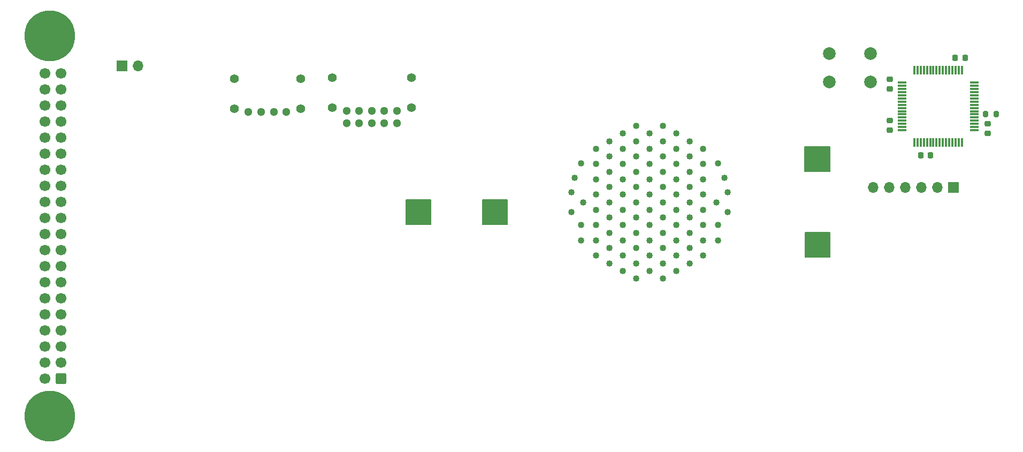
<source format=gbr>
%TF.GenerationSoftware,KiCad,Pcbnew,(6.0.2)*%
%TF.CreationDate,2022-06-14T20:32:42+02:00*%
%TF.ProjectId,SB-Spoko Bezpieczniki,53422d53-706f-46b6-9f20-42657a706965,rev?*%
%TF.SameCoordinates,Original*%
%TF.FileFunction,Soldermask,Bot*%
%TF.FilePolarity,Negative*%
%FSLAX46Y46*%
G04 Gerber Fmt 4.6, Leading zero omitted, Abs format (unit mm)*
G04 Created by KiCad (PCBNEW (6.0.2)) date 2022-06-14 20:32:42*
%MOMM*%
%LPD*%
G01*
G04 APERTURE LIST*
G04 Aperture macros list*
%AMRoundRect*
0 Rectangle with rounded corners*
0 $1 Rounding radius*
0 $2 $3 $4 $5 $6 $7 $8 $9 X,Y pos of 4 corners*
0 Add a 4 corners polygon primitive as box body*
4,1,4,$2,$3,$4,$5,$6,$7,$8,$9,$2,$3,0*
0 Add four circle primitives for the rounded corners*
1,1,$1+$1,$2,$3*
1,1,$1+$1,$4,$5*
1,1,$1+$1,$6,$7*
1,1,$1+$1,$8,$9*
0 Add four rect primitives between the rounded corners*
20,1,$1+$1,$2,$3,$4,$5,0*
20,1,$1+$1,$4,$5,$6,$7,0*
20,1,$1+$1,$6,$7,$8,$9,0*
20,1,$1+$1,$8,$9,$2,$3,0*%
G04 Aperture macros list end*
%ADD10C,0.200000*%
%ADD11R,1.700000X1.700000*%
%ADD12O,1.700000X1.700000*%
%ADD13C,0.487500*%
%ADD14C,2.000000*%
%ADD15C,8.000000*%
%ADD16RoundRect,0.250000X0.600000X0.600000X-0.600000X0.600000X-0.600000X-0.600000X0.600000X-0.600000X0*%
%ADD17C,1.700000*%
%ADD18C,1.300000*%
%ADD19C,1.400000*%
%ADD20RoundRect,0.225000X0.225000X0.250000X-0.225000X0.250000X-0.225000X-0.250000X0.225000X-0.250000X0*%
%ADD21RoundRect,0.225000X0.250000X-0.225000X0.250000X0.225000X-0.250000X0.225000X-0.250000X-0.225000X0*%
%ADD22RoundRect,0.225000X-0.250000X0.225000X-0.250000X-0.225000X0.250000X-0.225000X0.250000X0.225000X0*%
%ADD23RoundRect,0.200000X0.200000X0.275000X-0.200000X0.275000X-0.200000X-0.275000X0.200000X-0.275000X0*%
%ADD24R,0.300000X1.475000*%
%ADD25R,1.475000X0.300000*%
%ADD26C,1.020000*%
G04 APERTURE END LIST*
D10*
X170321500Y-99728500D02*
X166421500Y-99728500D01*
X166421500Y-99728500D02*
X166421500Y-95818500D01*
X166421500Y-95818500D02*
X170321500Y-95818500D01*
X170321500Y-95818500D02*
X170321500Y-99728500D01*
G36*
X170321500Y-99728500D02*
G01*
X166421500Y-99728500D01*
X166421500Y-95818500D01*
X170321500Y-95818500D01*
X170321500Y-99728500D01*
G37*
X170321500Y-99728500D02*
X166421500Y-99728500D01*
X166421500Y-95818500D01*
X170321500Y-95818500D01*
X170321500Y-99728500D01*
X158176500Y-99718500D02*
X154276500Y-99718500D01*
X154276500Y-99718500D02*
X154276500Y-95808500D01*
X154276500Y-95808500D02*
X158176500Y-95808500D01*
X158176500Y-95808500D02*
X158176500Y-99718500D01*
G36*
X158176500Y-99718500D02*
G01*
X154276500Y-99718500D01*
X154276500Y-95808500D01*
X158176500Y-95808500D01*
X158176500Y-99718500D01*
G37*
X158176500Y-99718500D02*
X154276500Y-99718500D01*
X154276500Y-95808500D01*
X158176500Y-95808500D01*
X158176500Y-99718500D01*
X221370000Y-104880000D02*
X217470000Y-104880000D01*
X217470000Y-104880000D02*
X217470000Y-100970000D01*
X217470000Y-100970000D02*
X221370000Y-100970000D01*
X221370000Y-100970000D02*
X221370000Y-104880000D01*
G36*
X221370000Y-104880000D02*
G01*
X217470000Y-104880000D01*
X217470000Y-100970000D01*
X221370000Y-100970000D01*
X221370000Y-104880000D01*
G37*
X221370000Y-104880000D02*
X217470000Y-104880000D01*
X217470000Y-100970000D01*
X221370000Y-100970000D01*
X221370000Y-104880000D01*
X221300000Y-91360000D02*
X217400000Y-91360000D01*
X217400000Y-91360000D02*
X217400000Y-87450000D01*
X217400000Y-87450000D02*
X221300000Y-87450000D01*
X221300000Y-87450000D02*
X221300000Y-91360000D01*
G36*
X221300000Y-91360000D02*
G01*
X217400000Y-91360000D01*
X217400000Y-87450000D01*
X221300000Y-87450000D01*
X221300000Y-91360000D01*
G37*
X221300000Y-91360000D02*
X217400000Y-91360000D01*
X217400000Y-87450000D01*
X221300000Y-87450000D01*
X221300000Y-91360000D01*
D11*
%TO.C,JP1*%
X109320000Y-74670000D03*
D12*
X111860000Y-74670000D03*
%TD*%
D13*
%TO.C,U15*%
X155741500Y-97283500D03*
X156716500Y-96308500D03*
X157691500Y-97283500D03*
X154766500Y-99233500D03*
X157691500Y-98258500D03*
X156716500Y-98258500D03*
X156716500Y-99233500D03*
X155741500Y-96308500D03*
X154766500Y-97283500D03*
X154766500Y-96308500D03*
X156716500Y-97283500D03*
X155741500Y-99233500D03*
X155741500Y-98258500D03*
X157691500Y-99233500D03*
X157691500Y-96308500D03*
X154766500Y-98258500D03*
%TD*%
%TO.C,U13*%
X217933500Y-87981500D03*
X220858500Y-87981500D03*
X218908500Y-89931500D03*
X220858500Y-90906500D03*
X218908500Y-90906500D03*
X219883500Y-89931500D03*
X219883500Y-87981500D03*
X218908500Y-87981500D03*
X219883500Y-90906500D03*
X217933500Y-88956500D03*
X217933500Y-89931500D03*
X219883500Y-88956500D03*
X217933500Y-90906500D03*
X218908500Y-88956500D03*
X220858500Y-88956500D03*
X220858500Y-89931500D03*
%TD*%
%TO.C,U14*%
X220878500Y-104386500D03*
X220878500Y-103411500D03*
X219903500Y-103411500D03*
X217953500Y-101461500D03*
X218928500Y-102436500D03*
X218928500Y-101461500D03*
X217953500Y-104386500D03*
X220878500Y-102436500D03*
X217953500Y-103411500D03*
X217953500Y-102436500D03*
X218928500Y-104386500D03*
X220878500Y-101461500D03*
X219903500Y-104386500D03*
X219903500Y-101461500D03*
X219903500Y-102436500D03*
X218928500Y-103411500D03*
%TD*%
%TO.C,U12*%
X167880000Y-99225000D03*
X166905000Y-98250000D03*
X168855000Y-98250000D03*
X169830000Y-96300000D03*
X166905000Y-99225000D03*
X167880000Y-97275000D03*
X168855000Y-97275000D03*
X166905000Y-96300000D03*
X168855000Y-96300000D03*
X168855000Y-99225000D03*
X166905000Y-97275000D03*
X169830000Y-97275000D03*
X169830000Y-98250000D03*
X169830000Y-99225000D03*
X167880000Y-98250000D03*
X167880000Y-96300000D03*
%TD*%
D11*
%TO.C,J1*%
X240940000Y-93880000D03*
D12*
X238400000Y-93880000D03*
X235860000Y-93880000D03*
X233320000Y-93880000D03*
X230780000Y-93880000D03*
X228240000Y-93880000D03*
%TD*%
D14*
%TO.C,SW1*%
X227740000Y-72720000D03*
X221240000Y-72720000D03*
X227740000Y-77220000D03*
X221240000Y-77220000D03*
%TD*%
D15*
%TO.C,J2*%
X97877500Y-69925000D03*
X97877500Y-129995000D03*
D16*
X99677500Y-124090000D03*
D17*
X97137500Y-124090000D03*
X99677500Y-121550000D03*
X97137500Y-121550000D03*
X99677500Y-119010000D03*
X97137500Y-119010000D03*
X99677500Y-116470000D03*
X97137500Y-116470000D03*
X99677500Y-113930000D03*
X97137500Y-113930000D03*
X99677500Y-111390000D03*
X97137500Y-111390000D03*
X99677500Y-108850000D03*
X97137500Y-108850000D03*
X99677500Y-106310000D03*
X97137500Y-106310000D03*
X99677500Y-103770000D03*
X97137500Y-103770000D03*
X99677500Y-101230000D03*
X97137500Y-101230000D03*
X99677500Y-98690000D03*
X97137500Y-98690000D03*
X99677500Y-96150000D03*
X97137500Y-96150000D03*
X99677500Y-93610000D03*
X97137500Y-93610000D03*
X99677500Y-91070000D03*
X97137500Y-91070000D03*
X99677500Y-88530000D03*
X97137500Y-88530000D03*
X99677500Y-85990000D03*
X97137500Y-85990000D03*
X99677500Y-83450000D03*
X97137500Y-83450000D03*
X99677500Y-80910000D03*
X97137500Y-80910000D03*
X99677500Y-78370000D03*
X97137500Y-78370000D03*
X99677500Y-75830000D03*
X97137500Y-75830000D03*
%TD*%
D18*
%TO.C,J3*%
X135350000Y-81915000D03*
X133350000Y-81915000D03*
X131350000Y-81915000D03*
X129350000Y-81915000D03*
D19*
X137600000Y-81415000D03*
X127100000Y-81415000D03*
X137600000Y-76665000D03*
X127100000Y-76665000D03*
%TD*%
D18*
%TO.C,J4*%
X144850000Y-83750000D03*
X146850000Y-83750000D03*
X148850000Y-83750000D03*
X150850000Y-83750000D03*
X152850000Y-83750000D03*
X144850000Y-81750000D03*
X146850000Y-81750000D03*
X148850000Y-81750000D03*
X150850000Y-81750000D03*
X152850000Y-81750000D03*
D19*
X155100000Y-76500000D03*
X155100000Y-81250000D03*
X142600000Y-81250000D03*
X142600000Y-76500000D03*
%TD*%
D20*
%TO.C,C11*%
X242745000Y-73350000D03*
X241195000Y-73350000D03*
%TD*%
%TO.C,C10*%
X237245000Y-88810000D03*
X235695000Y-88810000D03*
%TD*%
D21*
%TO.C,C12*%
X246320000Y-85325000D03*
X246320000Y-83775000D03*
%TD*%
D22*
%TO.C,C13*%
X230790000Y-76785000D03*
X230790000Y-78335000D03*
%TD*%
%TO.C,C14*%
X230790000Y-83295000D03*
X230790000Y-84845000D03*
%TD*%
D23*
%TO.C,R24*%
X247645000Y-82310000D03*
X245995000Y-82310000D03*
%TD*%
D24*
%TO.C,IC1*%
X242220000Y-86798000D03*
X241720000Y-86798000D03*
X241220000Y-86798000D03*
X240720000Y-86798000D03*
X240220000Y-86798000D03*
X239720000Y-86798000D03*
X239220000Y-86798000D03*
X238720000Y-86798000D03*
X238220000Y-86798000D03*
X237720000Y-86798000D03*
X237220000Y-86798000D03*
X236720000Y-86798000D03*
X236220000Y-86798000D03*
X235720000Y-86798000D03*
X235220000Y-86798000D03*
X234720000Y-86798000D03*
D25*
X232732000Y-84810000D03*
X232732000Y-84310000D03*
X232732000Y-83810000D03*
X232732000Y-83310000D03*
X232732000Y-82810000D03*
X232732000Y-82310000D03*
X232732000Y-81810000D03*
X232732000Y-81310000D03*
X232732000Y-80810000D03*
X232732000Y-80310000D03*
X232732000Y-79810000D03*
X232732000Y-79310000D03*
X232732000Y-78810000D03*
X232732000Y-78310000D03*
X232732000Y-77810000D03*
X232732000Y-77310000D03*
D24*
X234720000Y-75322000D03*
X235220000Y-75322000D03*
X235720000Y-75322000D03*
X236220000Y-75322000D03*
X236720000Y-75322000D03*
X237220000Y-75322000D03*
X237720000Y-75322000D03*
X238220000Y-75322000D03*
X238720000Y-75322000D03*
X239220000Y-75322000D03*
X239720000Y-75322000D03*
X240220000Y-75322000D03*
X240720000Y-75322000D03*
X241220000Y-75322000D03*
X241720000Y-75322000D03*
X242220000Y-75322000D03*
D25*
X244208000Y-77310000D03*
X244208000Y-77810000D03*
X244208000Y-78310000D03*
X244208000Y-78810000D03*
X244208000Y-79310000D03*
X244208000Y-79810000D03*
X244208000Y-80310000D03*
X244208000Y-80810000D03*
X244208000Y-81310000D03*
X244208000Y-81810000D03*
X244208000Y-82310000D03*
X244208000Y-82810000D03*
X244208000Y-83310000D03*
X244208000Y-83810000D03*
X244208000Y-84310000D03*
X244208000Y-84810000D03*
%TD*%
D26*
%TO.C,U1*%
X181944800Y-90102600D03*
X180954200Y-92312400D03*
X180420800Y-94674600D03*
X182275000Y-96224000D03*
X180420800Y-97773400D03*
X181944800Y-99830800D03*
X181944800Y-102243800D03*
X184383200Y-87765800D03*
X184383200Y-90178800D03*
X184383200Y-92591800D03*
X184383200Y-95004800D03*
X184383200Y-97417800D03*
X184383200Y-99830800D03*
X184383200Y-102243800D03*
X184383200Y-104656800D03*
X186491400Y-86572000D03*
X186491400Y-88985000D03*
X186491400Y-91398000D03*
X186491400Y-93811000D03*
X186491400Y-96224000D03*
X186491400Y-98637000D03*
X186491400Y-101050000D03*
X186491400Y-103463000D03*
X186491400Y-105876000D03*
X188599600Y-85352800D03*
X188599600Y-87765800D03*
X188599600Y-90178800D03*
X188599600Y-92591800D03*
X188599600Y-95004800D03*
X188599600Y-97417800D03*
X188599600Y-99830800D03*
X188599600Y-102243800D03*
X188599600Y-104656800D03*
X188599600Y-107069800D03*
X190707800Y-84159000D03*
X190707800Y-86572000D03*
X190707800Y-88985000D03*
X190707800Y-91398000D03*
X190707800Y-93811000D03*
X190707800Y-96224000D03*
X190707800Y-98637000D03*
X190707800Y-101050000D03*
X190707800Y-103463000D03*
X190707800Y-105876000D03*
X190707800Y-108289000D03*
X192816000Y-85352800D03*
X192816000Y-87765800D03*
X192816000Y-90178800D03*
X192816000Y-92591800D03*
X192816000Y-95004800D03*
X192816000Y-97417800D03*
X192816000Y-99830800D03*
X192816000Y-102243800D03*
X192816000Y-104656800D03*
X192816000Y-107069800D03*
X194924200Y-84159000D03*
X194924200Y-86572000D03*
X194924200Y-88985000D03*
X194924200Y-91398000D03*
X194924200Y-93811000D03*
X194924200Y-96224000D03*
X194924200Y-98637000D03*
X194924200Y-101050000D03*
X194924200Y-103463000D03*
X194924200Y-105876000D03*
X194924200Y-108289000D03*
X197032400Y-85352800D03*
X197032400Y-87765800D03*
X197032400Y-90178800D03*
X197032400Y-92591800D03*
X197032400Y-95004800D03*
X197032400Y-97417800D03*
X197032400Y-99830800D03*
X197032400Y-102243800D03*
X197032400Y-104656800D03*
X197032400Y-107069800D03*
X199140600Y-86572000D03*
X199140600Y-88985000D03*
X199140600Y-91398000D03*
X199140600Y-93811000D03*
X199140600Y-96224000D03*
X199140600Y-98637000D03*
X199140600Y-101050000D03*
X199140600Y-103463000D03*
X199140600Y-105876000D03*
X201248800Y-87765800D03*
X201248800Y-90178800D03*
X201248800Y-92591800D03*
X201248800Y-95004800D03*
X201248800Y-97417800D03*
X201248800Y-99830800D03*
X201248800Y-102243800D03*
X201248800Y-104656800D03*
X203687200Y-90102600D03*
X204677800Y-92312400D03*
X205211200Y-94674600D03*
X203357000Y-96224000D03*
X205211200Y-97773400D03*
X203687200Y-99830800D03*
X203687200Y-102243800D03*
%TD*%
M02*

</source>
